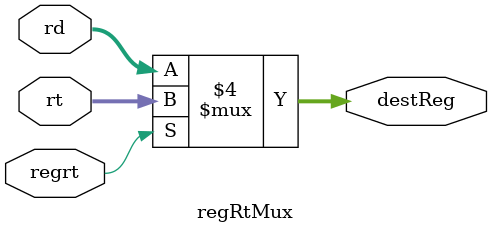
<source format=v>
`timescale 1ns / 1ps


module regRtMux(
    input wire [4:0] rt, // bits 20:16 of dinst out 
    input wire [4:0] rd, // bits 15:11 of dinst out 
    input wire regrt,
    output reg [4:0] destReg

    ); 
    always @(*) begin
        if (regrt == 0) begin 
            destReg = rd;
            end 
        else begin// reg rt == 1 
            destReg = rt; 
            end 
        end 
endmodule

</source>
